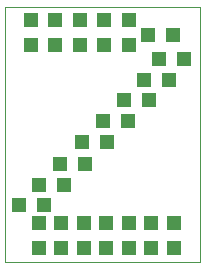
<source format=gtp>
G75*
%MOIN*%
%OFA0B0*%
%FSLAX24Y24*%
%IPPOS*%
%LPD*%
%AMOC8*
5,1,8,0,0,1.08239X$1,22.5*
%
%ADD10C,0.0000*%
%ADD11R,0.0472X0.0472*%
D10*
X002392Y002517D02*
X002392Y011017D01*
X008892Y011017D01*
X008892Y002517D01*
X002392Y002517D01*
D11*
X003517Y002978D03*
X004267Y002978D03*
X005017Y002978D03*
X005767Y002978D03*
X006517Y002978D03*
X007267Y002978D03*
X008017Y002978D03*
X008017Y003805D03*
X007267Y003805D03*
X006517Y003805D03*
X005767Y003805D03*
X005017Y003805D03*
X004267Y003805D03*
X003680Y004392D03*
X003517Y003805D03*
X002853Y004392D03*
X003541Y005079D03*
X004228Y005767D03*
X004368Y005079D03*
X005055Y005767D03*
X004978Y006517D03*
X005666Y007204D03*
X005805Y006517D03*
X006493Y007204D03*
X006353Y007892D03*
X007041Y008579D03*
X007180Y007892D03*
X007868Y008579D03*
X007541Y009267D03*
X008368Y009267D03*
X007993Y010079D03*
X007166Y010079D03*
X006517Y009728D03*
X005704Y009728D03*
X005704Y010555D03*
X006517Y010555D03*
X004892Y010555D03*
X004079Y010555D03*
X003267Y010555D03*
X003267Y009728D03*
X004079Y009728D03*
X004892Y009728D03*
M02*

</source>
